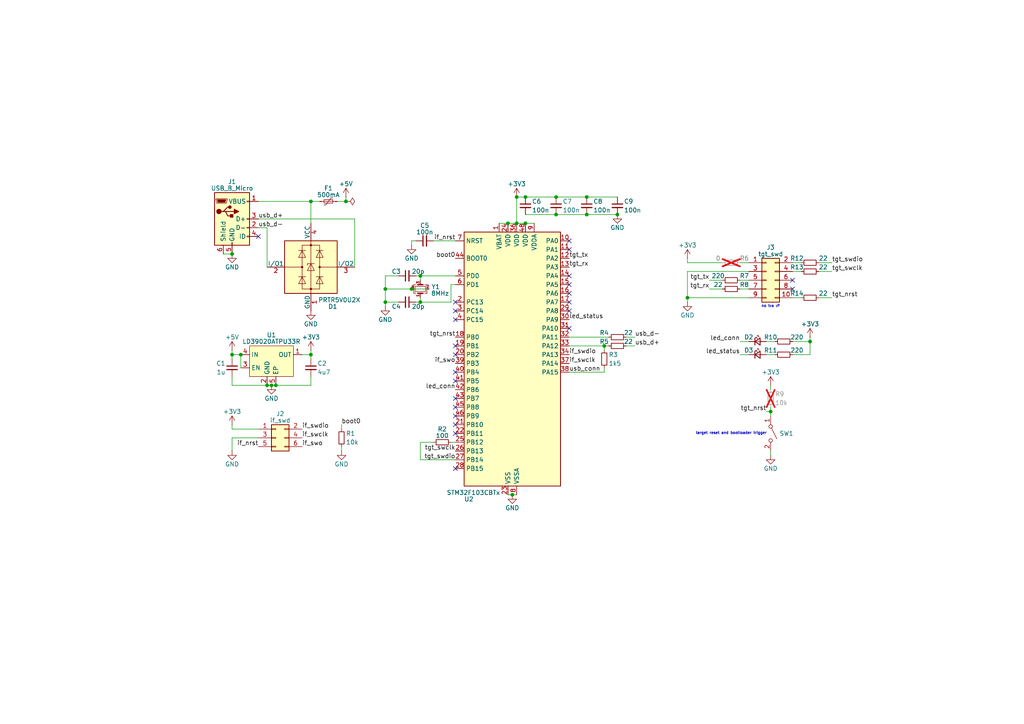
<source format=kicad_sch>
(kicad_sch (version 20231120) (generator "eeschema") (generator_version "8.0")
  (paper "A4")
  (lib_symbols
    (symbol "+3V3_1" (power) (pin_numbers hide) (pin_names (offset 0) hide)
      (property "Value" "+3V3" (at 0 3.556 0))
      (symbol "+3V3_1_0_1"
        (polyline (pts (xy -0.762 1.27) (xy 0 2.54)))
        (polyline (pts (xy 0 0) (xy 0 2.54)))
        (polyline (pts (xy 0 2.54) (xy 0.762 1.27)))
      )
      (symbol "+3V3_1_1_1"
        (pin power_in line (at 0 0 90) (length 0) (name "~") (number "1"))
      )
    )
    (symbol "+5V_1" (power) (pin_numbers hide) (pin_names (offset 0) hide)
      (property "Value" "+5V" (at 0 3.556 0))
      (symbol "+5V_1_0_1"
        (polyline (pts (xy -0.762 1.27) (xy 0 2.54)))
        (polyline (pts (xy 0 0) (xy 0 2.54)))
        (polyline (pts (xy 0 2.54) (xy 0.762 1.27)))
      )
      (symbol "+5V_1_1_1"
        (pin power_in line (at 0 0 90) (length 0) (name "~") (number "1"))
      )
    )
    (symbol "Connector:USB_B_Micro" (pin_names (offset 1.016))
      (property "Reference" "J" (at -5.08 11.43 0))
      (property "Value" "USB_B_Micro" (at -5.08 8.89 0))
      (symbol "USB_B_Micro_0_1"
        (rectangle (start -5.08 -7.62) (end 5.08 7.62) (stroke (width 0.254)) (fill (type background)))
        (circle (center -3.81 2.159) (radius 0.635) (stroke (width 0.254)) (fill (type outline)))
        (circle (center -0.635 3.429) (radius 0.381) (stroke (width 0.254)) (fill (type outline)))
        (rectangle (start -0.127 -7.62) (end 0.127 -6.858))
        (polyline (pts (xy -1.905 2.159) (xy 0.635 2.159)) (stroke (width 0.254)))
        (polyline (pts (xy -3.175 2.159) (xy -2.54 2.159) (xy -1.27 3.429) (xy -0.635 3.429)) (stroke (width 0.254)))
        (polyline (pts (xy -2.54 2.159) (xy -1.905 2.159) (xy -1.27 0.889) (xy 0 0.889)) (stroke (width 0.254)))
        (polyline (pts (xy 0.635 2.794) (xy 0.635 1.524) (xy 1.905 2.159) (xy 0.635 2.794)) (stroke (width 0.254)) (fill (type outline)))
        (polyline (pts (xy -4.318 5.588) (xy -1.778 5.588) (xy -2.032 4.826) (xy -4.064 4.826) (xy -4.318 5.588)) (fill (type outline)))
        (polyline (pts (xy -4.699 5.842) (xy -4.699 5.588) (xy -4.445 4.826) (xy -4.445 4.572) (xy -1.651 4.572) (xy -1.651 4.826) (xy -1.397 5.588) (xy -1.397 5.842) (xy -4.699 5.842)))
        (rectangle (start 0.254 1.27) (end -0.508 0.508) (stroke (width 0.254)) (fill (type outline)))
        (rectangle (start 5.08 -5.207) (end 4.318 -4.953))
        (rectangle (start 5.08 -2.667) (end 4.318 -2.413))
        (rectangle (start 5.08 -0.127) (end 4.318 0.127))
        (rectangle (start 5.08 4.953) (end 4.318 5.207))
      )
      (symbol "USB_B_Micro_1_1"
        (pin power_out line (at 7.62 5.08 180) (length 2.54) (name "VBUS") (number "1"))
        (pin bidirectional line (at 7.62 -2.54 180) (length 2.54) (name "D-") (number "2"))
        (pin bidirectional line (at 7.62 0 180) (length 2.54) (name "D+") (number "3"))
        (pin passive line (at 7.62 -5.08 180) (length 2.54) (name "ID") (number "4"))
        (pin power_out line (at 0 -10.16 90) (length 2.54) (name "GND") (number "5"))
        (pin passive line (at -2.54 -10.16 90) (length 2.54) (name "Shield") (number "6"))
      )
    )
    (symbol "Connector_Generic:Conn_02x03_Odd_Even" (pin_names (offset 1.016) hide)
      (property "Reference" "J" (at 1.27 5.08 0))
      (property "Value" "Conn_02x03_Odd_Even" (at 1.27 -5.08 0))
      (symbol "Conn_02x03_Odd_Even_1_1"
        (rectangle (start -1.27 -2.413) (end 0 -2.667) (stroke (width 0.1524)))
        (rectangle (start -1.27 0.127) (end 0 -0.127) (stroke (width 0.1524)))
        (rectangle (start -1.27 2.667) (end 0 2.413) (stroke (width 0.1524)))
        (rectangle (start -1.27 3.81) (end 3.81 -3.81) (stroke (width 0.254)) (fill (type background)))
        (rectangle (start 3.81 -2.413) (end 2.54 -2.667) (stroke (width 0.1524)))
        (rectangle (start 3.81 0.127) (end 2.54 -0.127) (stroke (width 0.1524)))
        (rectangle (start 3.81 2.667) (end 2.54 2.413) (stroke (width 0.1524)))
        (pin passive line (at -5.08 2.54 0) (length 3.81) (name "Pin_1") (number "1"))
        (pin passive line (at 7.62 2.54 180) (length 3.81) (name "Pin_2") (number "2"))
        (pin passive line (at -5.08 0 0) (length 3.81) (name "Pin_3") (number "3"))
        (pin passive line (at 7.62 0 180) (length 3.81) (name "Pin_4") (number "4"))
        (pin passive line (at -5.08 -2.54 0) (length 3.81) (name "Pin_5") (number "5"))
        (pin passive line (at 7.62 -2.54 180) (length 3.81) (name "Pin_6") (number "6"))
      )
    )
    (symbol "Connector_Generic:Conn_02x05_Odd_Even" (pin_names (offset 1.016) hide)
      (property "Reference" "J" (at 1.27 7.62 0))
      (property "Value" "Conn_02x05_Odd_Even" (at 1.27 -7.62 0))
      (symbol "Conn_02x05_Odd_Even_1_1"
        (rectangle (start -1.27 -4.953) (end 0 -5.207) (stroke (width 0.1524)))
        (rectangle (start -1.27 -2.413) (end 0 -2.667) (stroke (width 0.1524)))
        (rectangle (start -1.27 0.127) (end 0 -0.127) (stroke (width 0.1524)))
        (rectangle (start -1.27 2.667) (end 0 2.413) (stroke (width 0.1524)))
        (rectangle (start -1.27 5.207) (end 0 4.953) (stroke (width 0.1524)))
        (rectangle (start -1.27 6.35) (end 3.81 -6.35) (stroke (width 0.254)) (fill (type background)))
        (rectangle (start 3.81 -4.953) (end 2.54 -5.207) (stroke (width 0.1524)))
        (rectangle (start 3.81 -2.413) (end 2.54 -2.667) (stroke (width 0.1524)))
        (rectangle (start 3.81 0.127) (end 2.54 -0.127) (stroke (width 0.1524)))
        (rectangle (start 3.81 2.667) (end 2.54 2.413) (stroke (width 0.1524)))
        (rectangle (start 3.81 5.207) (end 2.54 4.953) (stroke (width 0.1524)))
        (pin passive line (at -5.08 5.08 0) (length 3.81) (name "Pin_1") (number "1"))
        (pin passive line (at 7.62 -5.08 180) (length 3.81) (name "Pin_10") (number "10"))
        (pin passive line (at 7.62 5.08 180) (length 3.81) (name "Pin_2") (number "2"))
        (pin passive line (at -5.08 2.54 0) (length 3.81) (name "Pin_3") (number "3"))
        (pin passive line (at 7.62 2.54 180) (length 3.81) (name "Pin_4") (number "4"))
        (pin passive line (at -5.08 0 0) (length 3.81) (name "Pin_5") (number "5"))
        (pin passive line (at 7.62 0 180) (length 3.81) (name "Pin_6") (number "6"))
        (pin passive line (at -5.08 -2.54 0) (length 3.81) (name "Pin_7") (number "7"))
        (pin passive line (at 7.62 -2.54 180) (length 3.81) (name "Pin_8") (number "8"))
        (pin passive line (at -5.08 -5.08 0) (length 3.81) (name "Pin_9") (number "9"))
      )
    )
    (symbol "Device:C_Small" (pin_numbers hide) (pin_names (offset 0.254) hide)
      (property "Reference" "C" (at 0.254 1.778 0))
      (property "Value" "C_Small" (at 0.254 -2.032 0))
      (symbol "C_Small_0_1"
        (polyline (pts (xy -1.524 -0.508) (xy 1.524 -0.508)) (stroke (width 0.3302)))
        (polyline (pts (xy -1.524 0.508) (xy 1.524 0.508)) (stroke (width 0.3048)))
      )
      (symbol "C_Small_1_1"
        (pin passive line (at 0 2.54 270) (length 2.032) (name "~") (number "1"))
        (pin passive line (at 0 -2.54 90) (length 2.032) (name "~") (number "2"))
      )
    )
    (symbol "Device:Crystal_GND24_Small" (pin_names (offset 1.016) hide)
      (property "Reference" "Y" (at 1.27 4.445 0))
      (property "Value" "Crystal_GND24_Small" (at 1.27 2.54 0))
      (symbol "Crystal_GND24_Small_0_1"
        (rectangle (start -0.762 -1.524) (end 0.762 1.524))
        (polyline (pts (xy -1.27 -0.762) (xy -1.27 0.762)) (stroke (width 0.381)))
        (polyline (pts (xy 1.27 -0.762) (xy 1.27 0.762)) (stroke (width 0.381)))
        (polyline (pts (xy -1.27 -1.27) (xy -1.27 -1.905) (xy 1.27 -1.905) (xy 1.27 -1.27)))
        (polyline (pts (xy -1.27 1.27) (xy -1.27 1.905) (xy 1.27 1.905) (xy 1.27 1.27)))
      )
      (symbol "Crystal_GND24_Small_1_1"
        (pin passive line (at -2.54 0 0) (length 1.27) (name "1") (number "1"))
        (pin passive line (at 0 -2.54 90) (length 0.635) (name "2") (number "2"))
        (pin passive line (at 2.54 0 180) (length 1.27) (name "3") (number "3"))
        (pin passive line (at 0 2.54 270) (length 0.635) (name "4") (number "4"))
      )
    )
    (symbol "Device:LED_Small" (pin_numbers hide) (pin_names (offset 0.254) hide)
      (property "Reference" "D" (at -1.27 3.175 0))
      (property "Value" "LED_Small" (at -4.445 -2.54 0))
      (symbol "LED_Small_0_1"
        (polyline (pts (xy -0.762 -1.016) (xy -0.762 1.016)) (stroke (width 0.254)))
        (polyline (pts (xy 1.016 0) (xy -0.762 0)))
        (polyline (pts (xy 0.762 -1.016) (xy -0.762 0) (xy 0.762 1.016) (xy 0.762 -1.016)) (stroke (width 0.254)))
        (polyline (pts (xy 0 0.762) (xy -0.508 1.27) (xy -0.254 1.27) (xy -0.508 1.27) (xy -0.508 1.016)))
        (polyline (pts (xy 0.508 1.27) (xy 0 1.778) (xy 0.254 1.778) (xy 0 1.778) (xy 0 1.524)))
      )
      (symbol "LED_Small_1_1"
        (pin passive line (at -2.54 0 0) (length 1.778) (name "K") (number "1"))
        (pin passive line (at 2.54 0 180) (length 1.778) (name "A") (number "2"))
      )
    )
    (symbol "Device:Polyfuse_Small" (pin_numbers hide) (pin_names (offset 0))
      (property "Reference" "F" (at -1.905 0 90))
      (property "Value" "Polyfuse_Small" (at 1.905 0 90))
      (symbol "Polyfuse_Small_0_1"
        (rectangle (start -0.508 1.27) (end 0.508 -1.27))
        (polyline (pts (xy 0 2.54) (xy 0 -2.54)))
        (polyline (pts (xy -1.016 1.27) (xy -1.016 0.762) (xy 1.016 -0.762) (xy 1.016 -1.27)))
      )
      (symbol "Polyfuse_Small_1_1"
        (pin passive line (at 0 2.54 270) (length 0.635) (name "~") (number "1"))
        (pin passive line (at 0 -2.54 90) (length 0.635) (name "~") (number "2"))
      )
    )
    (symbol "Device:R_Small" (pin_numbers hide) (pin_names (offset 0.254) hide)
      (property "Reference" "R" (at 0.762 0.508 0))
      (property "Value" "R_Small" (at 0.762 -1.016 0))
      (symbol "R_Small_0_1"
        (rectangle (start -0.762 1.778) (end 0.762 -1.778) (stroke (width 0.2032)))
      )
      (symbol "R_Small_1_1"
        (pin passive line (at 0 2.54 270) (length 0.762) (name "~") (number "1"))
        (pin passive line (at 0 -2.54 90) (length 0.762) (name "~") (number "2"))
      )
    )
    (symbol "GND_1" (power) (pin_numbers hide) (pin_names (offset 0) hide)
      (property "Value" "GND" (at 0 -3.81 0))
      (symbol "GND_1_0_1"
        (polyline (pts (xy 0 0) (xy 0 -1.27) (xy 1.27 -1.27) (xy 0 -2.54) (xy -1.27 -1.27) (xy 0 -1.27)))
      )
      (symbol "GND_1_1_1"
        (pin power_in line (at 0 0 270) (length 0) (name "~") (number "1"))
      )
    )
    (symbol "Power_Protection:PRTR5V0U2X" (pin_names (offset 0))
      (property "Reference" "D" (at 2.794 8.636 0))
      (property "Value" "PRTR5V0U2X" (at 8.128 -9.398 0))
      (symbol "PRTR5V0U2X_0_1"
        (rectangle (start -7.62 -7.62) (end 7.62 7.62) (stroke (width 0.254)) (fill (type background)))
        (circle (center -2.54 0) (radius 0.254) (fill (type outline)))
        (rectangle (start -2.54 6.35) (end 2.54 -6.35))
        (circle (center 0 -6.35) (radius 0.254) (fill (type outline)))
        (polyline (pts (xy -2.54 0) (xy -7.62 0)))
        (polyline (pts (xy -1.524 -2.794) (xy -3.556 -2.794)))
        (polyline (pts (xy -1.524 4.826) (xy -3.556 4.826)))
        (polyline (pts (xy 0 -7.62) (xy 0 7.62)))
        (polyline (pts (xy 1.524 -2.794) (xy 3.556 -2.794)))
        (polyline (pts (xy 1.524 4.826) (xy 3.556 4.826)))
        (polyline (pts (xy 2.54 0) (xy 7.62 0)))
        (polyline (pts (xy 1.016 1.016) (xy -1.016 1.016) (xy -1.016 0.508)))
        (polyline (pts (xy -3.556 -4.826) (xy -1.524 -4.826) (xy -2.54 -2.794) (xy -3.556 -4.826)))
        (polyline (pts (xy -3.556 2.794) (xy -1.524 2.794) (xy -2.54 4.826) (xy -3.556 2.794)))
        (polyline (pts (xy -1.016 -1.016) (xy 1.016 -1.016) (xy 0 1.016) (xy -1.016 -1.016)))
        (polyline (pts (xy 3.556 -4.826) (xy 1.524 -4.826) (xy 2.54 -2.794) (xy 3.556 -4.826)))
        (polyline (pts (xy 3.556 2.794) (xy 1.524 2.794) (xy 2.54 4.826) (xy 3.556 2.794)))
        (circle (center 0 6.35) (radius 0.254) (fill (type outline)))
        (circle (center 2.54 0) (radius 0.254) (fill (type outline)))
      )
      (symbol "PRTR5V0U2X_1_1"
        (pin passive line (at 0 -12.7 90) (length 5.08) (name "GND") (number "1"))
        (pin passive line (at -12.7 0 0) (length 5.08) (name "I/O1") (number "2"))
        (pin passive line (at 12.7 0 180) (length 5.08) (name "I/O2") (number "3"))
        (pin passive line (at 0 12.7 270) (length 5.08) (name "VCC") (number "4"))
      )
    )
    (symbol "STM32F103CBTx_1"
      (property "Reference" "U" (at -12.7 39.37 0))
      (property "Value" "STM32F103CBTx" (at 10.16 39.37 0))
      (symbol "STM32F103CBTx_1_0_1"
        (rectangle (start -12.7 -35.56) (end 15.24 38.1) (stroke (width 0.254)) (fill (type background)))
      )
      (symbol "STM32F103CBTx_1_1_1"
        (pin power_in line (at -2.54 40.64 270) (length 2.54) (name "VBAT") (number "1"))
        (pin bidirectional line (at 17.78 35.56 180) (length 2.54) (name "PA0") (number "10"))
        (pin bidirectional line (at 17.78 33.02 180) (length 2.54) (name "PA1") (number "11"))
        (pin bidirectional line (at 17.78 30.48 180) (length 2.54) (name "PA2") (number "12"))
        (pin bidirectional line (at 17.78 27.94 180) (length 2.54) (name "PA3") (number "13"))
        (pin bidirectional line (at 17.78 25.4 180) (length 2.54) (name "PA4") (number "14"))
        (pin bidirectional line (at 17.78 22.86 180) (length 2.54) (name "PA5") (number "15"))
        (pin bidirectional line (at 17.78 20.32 180) (length 2.54) (name "PA6") (number "16"))
        (pin bidirectional line (at 17.78 17.78 180) (length 2.54) (name "PA7") (number "17"))
        (pin bidirectional line (at -15.24 7.62 0) (length 2.54) (name "PB0") (number "18"))
        (pin bidirectional line (at -15.24 5.08 0) (length 2.54) (name "PB1") (number "19"))
        (pin bidirectional line (at -15.24 17.78 0) (length 2.54) (name "PC13") (number "2"))
        (pin bidirectional line (at -15.24 2.54 0) (length 2.54) (name "PB2") (number "20"))
        (pin bidirectional line (at -15.24 -17.78 0) (length 2.54) (name "PB10") (number "21"))
        (pin bidirectional line (at -15.24 -20.32 0) (length 2.54) (name "PB11") (number "22"))
        (pin power_in line (at 0 -38.1 90) (length 2.54) (name "VSS") (number "23"))
        (pin power_in line (at 0 40.64 270) (length 2.54) (name "VDD") (number "24"))
        (pin bidirectional line (at -15.24 -22.86 0) (length 2.54) (name "PB12") (number "25"))
        (pin bidirectional line (at -15.24 -25.4 0) (length 2.54) (name "PB13") (number "26"))
        (pin bidirectional line (at -15.24 -27.94 0) (length 2.54) (name "PB14") (number "27"))
        (pin bidirectional line (at -15.24 -30.48 0) (length 2.54) (name "PB15") (number "28"))
        (pin bidirectional line (at 17.78 15.24 180) (length 2.54) (name "PA8") (number "29"))
        (pin bidirectional line (at -15.24 15.24 0) (length 2.54) (name "PC14") (number "3"))
        (pin bidirectional line (at 17.78 12.7 180) (length 2.54) (name "PA9") (number "30"))
        (pin bidirectional line (at 17.78 10.16 180) (length 2.54) (name "PA10") (number "31"))
        (pin bidirectional line (at 17.78 7.62 180) (length 2.54) (name "PA11") (number "32"))
        (pin bidirectional line (at 17.78 5.08 180) (length 2.54) (name "PA12") (number "33"))
        (pin bidirectional line (at 17.78 2.54 180) (length 2.54) (name "PA13") (number "34"))
        (pin passive line (at 0 -38.1 90) (length 2.54) hide (name "VSS") (number "35"))
        (pin power_in line (at 2.54 40.64 270) (length 2.54) (name "VDD") (number "36"))
        (pin bidirectional line (at 17.78 0 180) (length 2.54) (name "PA14") (number "37"))
        (pin bidirectional line (at 17.78 -2.54 180) (length 2.54) (name "PA15") (number "38"))
        (pin bidirectional line (at -15.24 0 0) (length 2.54) (name "PB3") (number "39"))
        (pin bidirectional line (at -15.24 12.7 0) (length 2.54) (name "PC15") (number "4"))
        (pin bidirectional line (at -15.24 -2.54 0) (length 2.54) (name "PB4") (number "40"))
        (pin bidirectional line (at -15.24 -5.08 0) (length 2.54) (name "PB5") (number "41"))
        (pin bidirectional line (at -15.24 -7.62 0) (length 2.54) (name "PB6") (number "42"))
        (pin bidirectional line (at -15.24 -10.16 0) (length 2.54) (name "PB7") (number "43"))
        (pin input line (at -15.24 30.48 0) (length 2.54) (name "BOOT0") (number "44"))
        (pin bidirectional line (at -15.24 -12.7 0) (length 2.54) (name "PB8") (number "45"))
        (pin bidirectional line (at -15.24 -15.24 0) (length 2.54) (name "PB9") (number "46"))
        (pin passive line (at 0 -38.1 90) (length 2.54) hide (name "VSS") (number "47"))
        (pin power_in line (at 5.08 40.64 270) (length 2.54) (name "VDD") (number "48"))
        (pin bidirectional line (at -15.24 25.4 0) (length 2.54) (name "PD0") (number "5"))
        (pin bidirectional line (at -15.24 22.86 0) (length 2.54) (name "PD1") (number "6"))
        (pin input line (at -15.24 35.56 0) (length 2.54) (name "NRST") (number "7"))
        (pin power_in line (at 2.54 -38.1 90) (length 2.54) (name "VSSA") (number "8"))
        (pin power_in line (at 7.62 40.64 270) (length 2.54) (name "VDDA") (number "9"))
      )
    )
    (symbol "Switch:SW_SPST" (pin_names (offset 0) hide)
      (property "Reference" "SW" (at 0 3.175 0))
      (property "Value" "SW_SPST" (at 0 -2.54 0))
      (symbol "SW_SPST_0_0"
        (circle (center -2.032 0) (radius 0.508))
        (polyline (pts (xy -1.524 0.254) (xy 1.524 1.778)))
        (circle (center 2.032 0) (radius 0.508))
      )
      (symbol "SW_SPST_1_1"
        (pin passive line (at -5.08 0 0) (length 2.54) (name "A") (number "1"))
        (pin passive line (at 5.08 0 180) (length 2.54) (name "B") (number "2"))
      )
    )
    (symbol "extraparts:LD39020"
      (property "Reference" "U" (at 0 6.35 0))
      (property "Value" "LD39020" (at 0 3.81 0))
      (symbol "LD39020_0_1"
        (rectangle (start -6.35 2.54) (end 6.35 -6.35) (stroke (width 0.1524)) (fill (type background)))
      )
      (symbol "LD39020_1_1"
        (pin power_out line (at 8.89 0 180) (length 2.54) (name "OUT") (number "1"))
        (pin power_in line (at -1.27 -8.89 90) (length 2.54) (name "GND") (number "2"))
        (pin input line (at -8.89 -3.81 0) (length 2.54) (name "EN") (number "3"))
        (pin power_in line (at -8.89 0 0) (length 2.54) (name "IN") (number "4"))
        (pin input line (at 1.27 -8.89 90) (length 2.54) (name "EP") (number "5"))
      )
    )
    (symbol "power:PWR_FLAG" (power) (pin_numbers hide) (pin_names (offset 0) hide)
      (property "Value" "PWR_FLAG" (at 0 3.81 0))
      (symbol "PWR_FLAG_0_0"
        (pin power_out line (at 0 0 90) (length 0) (name "~") (number "1"))
      )
      (symbol "PWR_FLAG_0_1"
        (polyline (pts (xy 0 0) (xy 0 1.27) (xy -1.016 1.905) (xy 0 2.54) (xy 1.016 1.905) (xy 0 1.27)))
      )
    )
  )
  (junction (at 148.59 143.51))
  (junction (at 179.07 62.23))
  (junction (at 175.26 100.33))
  (junction (at 149.86 57.15))
  (junction (at 100.33 58.42))
  (junction (at 67.31 102.87))
  (junction (at 234.95 99.06))
  (junction (at 90.17 102.87))
  (junction (at 121.92 80.01))
  (junction (at 199.39 86.36))
  (junction (at 161.29 62.23))
  (junction (at 170.18 62.23))
  (junction (at 111.76 87.63))
  (junction (at 149.86 64.77))
  (junction (at 77.47 111.76))
  (junction (at 111.76 83.82))
  (junction (at 147.32 64.77))
  (junction (at 152.4 64.77))
  (junction (at 119.38 83.82))
  (junction (at 152.4 57.15))
  (junction (at 90.17 58.42))
  (junction (at 67.31 73.66))
  (junction (at 78.74 111.76))
  (junction (at 223.52 119.38))
  (junction (at 69.85 102.87))
  (junction (at 170.18 57.15))
  (junction (at 80.01 111.76))
  (junction (at 161.29 57.15))
  (junction (at 121.92 87.63))
  (no_connect (at 132.08 115.57))
  (no_connect (at 132.08 107.95))
  (no_connect (at 132.08 125.73))
  (no_connect (at 132.08 120.65))
  (no_connect (at 132.08 123.19))
  (no_connect (at 165.1 69.85))
  (no_connect (at 229.87 81.28))
  (no_connect (at 132.08 92.71))
  (no_connect (at 229.87 83.82))
  (no_connect (at 165.1 80.01))
  (no_connect (at 132.08 100.33))
  (no_connect (at 132.08 90.17))
  (no_connect (at 132.08 135.89))
  (no_connect (at 165.1 90.17))
  (no_connect (at 165.1 85.09))
  (no_connect (at 165.1 95.25))
  (no_connect (at 165.1 82.55))
  (no_connect (at 74.93 68.58))
  (no_connect (at 165.1 87.63))
  (no_connect (at 165.1 72.39))
  (no_connect (at 132.08 110.49))
  (no_connect (at 132.08 102.87))
  (no_connect (at 132.08 87.63))
  (no_connect (at 132.08 118.11))
  (wire (pts (xy 152.4 62.23) (xy 161.29 62.23)))
  (wire (pts (xy 222.25 99.06) (xy 224.79 99.06)))
  (wire (pts (xy 152.4 64.77) (xy 154.94 64.77)))
  (wire (pts (xy 119.38 71.12) (xy 119.38 69.85)))
  (wire (pts (xy 234.95 99.06) (xy 234.95 97.79)))
  (wire (pts (xy 77.47 111.76) (xy 67.31 111.76)))
  (wire (pts (xy 80.01 111.76) (xy 90.17 111.76)))
  (wire (pts (xy 214.63 76.2) (xy 217.17 76.2)))
  (wire (pts (xy 121.92 87.63) (xy 130.81 87.63)))
  (wire (pts (xy 77.47 111.76) (xy 78.74 111.76)))
  (wire (pts (xy 125.73 69.85) (xy 132.08 69.85)))
  (wire (pts (xy 175.26 106.68) (xy 175.26 107.95)))
  (wire (pts (xy 214.63 81.28) (xy 217.17 81.28)))
  (wire (pts (xy 199.39 86.36) (xy 217.17 86.36)))
  (wire (pts (xy 148.59 143.51) (xy 149.86 143.51)))
  (wire (pts (xy 74.93 124.46) (xy 67.31 124.46)))
  (wire (pts (xy 199.39 76.2) (xy 209.55 76.2)))
  (wire (pts (xy 165.1 97.79) (xy 176.53 97.79)))
  (wire (pts (xy 199.39 74.93) (xy 199.39 76.2)))
  (wire (pts (xy 74.93 58.42) (xy 90.17 58.42)))
  (wire (pts (xy 223.52 111.76) (xy 223.52 113.03)))
  (wire (pts (xy 237.49 78.74) (xy 241.3 78.74)))
  (wire (pts (xy 175.26 100.33) (xy 175.26 101.6)))
  (wire (pts (xy 222.25 102.87) (xy 224.79 102.87)))
  (wire (pts (xy 147.32 64.77) (xy 149.86 64.77)))
  (wire (pts (xy 121.92 86.36) (xy 121.92 87.63)))
  (wire (pts (xy 229.87 102.87) (xy 234.95 102.87)))
  (wire (pts (xy 99.06 123.19) (xy 99.06 124.46)))
  (wire (pts (xy 78.74 111.76) (xy 80.01 111.76)))
  (wire (pts (xy 181.61 100.33) (xy 184.15 100.33)))
  (wire (pts (xy 223.52 119.38) (xy 223.52 120.65)))
  (wire (pts (xy 121.92 128.27) (xy 121.92 133.35)))
  (wire (pts (xy 237.49 76.2) (xy 241.3 76.2)))
  (wire (pts (xy 90.17 101.6) (xy 90.17 102.87)))
  (wire (pts (xy 67.31 102.87) (xy 69.85 102.87)))
  (wire (pts (xy 147.32 143.51) (xy 148.59 143.51)))
  (wire (pts (xy 229.87 86.36) (xy 232.41 86.36)))
  (wire (pts (xy 223.52 130.81) (xy 223.52 132.08)))
  (wire (pts (xy 149.86 57.15) (xy 152.4 57.15)))
  (wire (pts (xy 152.4 57.15) (xy 161.29 57.15)))
  (wire (pts (xy 161.29 57.15) (xy 170.18 57.15)))
  (wire (pts (xy 199.39 78.74) (xy 199.39 86.36)))
  (wire (pts (xy 214.63 83.82) (xy 217.17 83.82)))
  (wire (pts (xy 111.76 80.01) (xy 115.57 80.01)))
  (wire (pts (xy 214.63 99.06) (xy 217.17 99.06)))
  (wire (pts (xy 97.79 58.42) (xy 100.33 58.42)))
  (wire (pts (xy 181.61 97.79) (xy 184.15 97.79)))
  (wire (pts (xy 111.76 83.82) (xy 119.38 83.82)))
  (wire (pts (xy 205.74 81.28) (xy 209.55 81.28)))
  (wire (pts (xy 229.87 99.06) (xy 234.95 99.06)))
  (wire (pts (xy 67.31 101.6) (xy 67.31 102.87)))
  (wire (pts (xy 119.38 83.82) (xy 124.46 83.82)))
  (wire (pts (xy 111.76 87.63) (xy 115.57 87.63)))
  (wire (pts (xy 111.76 83.82) (xy 111.76 80.01)))
  (wire (pts (xy 222.25 119.38) (xy 223.52 119.38)))
  (wire (pts (xy 149.86 57.15) (xy 149.86 64.77)))
  (wire (pts (xy 229.87 76.2) (xy 232.41 76.2)))
  (wire (pts (xy 67.31 127) (xy 74.93 127)))
  (wire (pts (xy 111.76 88.9) (xy 111.76 87.63)))
  (wire (pts (xy 237.49 86.36) (xy 241.3 86.36)))
  (wire (pts (xy 121.92 80.01) (xy 132.08 80.01)))
  (wire (pts (xy 74.93 63.5) (xy 102.87 63.5)))
  (wire (pts (xy 161.29 62.23) (xy 170.18 62.23)))
  (wire (pts (xy 64.77 73.66) (xy 67.31 73.66)))
  (wire (pts (xy 77.47 77.47) (xy 77.47 66.04)))
  (wire (pts (xy 120.65 87.63) (xy 121.92 87.63)))
  (wire (pts (xy 175.26 107.95) (xy 165.1 107.95)))
  (wire (pts (xy 67.31 130.81) (xy 67.31 127)))
  (wire (pts (xy 170.18 57.15) (xy 179.07 57.15)))
  (wire (pts (xy 90.17 58.42) (xy 92.71 58.42)))
  (wire (pts (xy 121.92 80.01) (xy 121.92 81.28)))
  (wire (pts (xy 125.73 128.27) (xy 121.92 128.27)))
  (wire (pts (xy 100.33 58.42) (xy 100.33 57.15)))
  (wire (pts (xy 90.17 58.42) (xy 90.17 64.77)))
  (wire (pts (xy 67.31 104.14) (xy 67.31 102.87)))
  (wire (pts (xy 223.52 118.11) (xy 223.52 119.38)))
  (wire (pts (xy 99.06 129.54) (xy 99.06 130.81)))
  (wire (pts (xy 67.31 111.76) (xy 67.31 109.22)))
  (wire (pts (xy 229.87 78.74) (xy 232.41 78.74)))
  (wire (pts (xy 170.18 62.23) (xy 179.07 62.23)))
  (wire (pts (xy 90.17 111.76) (xy 90.17 109.22)))
  (wire (pts (xy 67.31 124.46) (xy 67.31 123.19)))
  (wire (pts (xy 130.81 128.27) (xy 132.08 128.27)))
  (wire (pts (xy 175.26 100.33) (xy 176.53 100.33)))
  (wire (pts (xy 234.95 102.87) (xy 234.95 99.06)))
  (wire (pts (xy 205.74 83.82) (xy 209.55 83.82)))
  (wire (pts (xy 165.1 100.33) (xy 175.26 100.33)))
  (wire (pts (xy 149.86 64.77) (xy 152.4 64.77)))
  (wire (pts (xy 217.17 78.74) (xy 199.39 78.74)))
  (wire (pts (xy 130.81 87.63) (xy 130.81 82.55)))
  (wire (pts (xy 199.39 86.36) (xy 199.39 87.63)))
  (wire (pts (xy 90.17 102.87) (xy 87.63 102.87)))
  (wire (pts (xy 77.47 66.04) (xy 74.93 66.04)))
  (wire (pts (xy 90.17 104.14) (xy 90.17 102.87)))
  (wire (pts (xy 121.92 133.35) (xy 132.08 133.35)))
  (wire (pts (xy 111.76 87.63) (xy 111.76 83.82)))
  (wire (pts (xy 130.81 82.55) (xy 132.08 82.55)))
  (wire (pts (xy 69.85 102.87) (xy 69.85 106.68)))
  (wire (pts (xy 102.87 63.5) (xy 102.87 77.47)))
  (wire (pts (xy 144.78 64.77) (xy 147.32 64.77)))
  (wire (pts (xy 120.65 80.01) (xy 121.92 80.01)))
  (wire (pts (xy 214.63 102.87) (xy 217.17 102.87)))
  (wire (pts (xy 119.38 69.85) (xy 120.65 69.85)))
  (text "no tvs :P" (at 223.52 88.9 0) (effects (font (size 0.762 0.762))))
  (text "target reset and bootloader trigger" (at 212.09 125.73 0) (effects (font (size 0.762 0.762))))
  (label "usb_d+" (at 184.15 100.33 0))
  (label "usb_d+" (at 74.93 63.5 0))
  (label "led_status" (at 165.1 92.71 0))
  (label "if_swdio" (at 87.63 124.46 0))
  (label "if_swo" (at 87.63 129.54 0))
  (label "tgt_swclk" (at 132.08 130.81 180))
  (label "tgt_rx" (at 165.1 77.47 0))
  (label "tgt_nrst" (at 222.25 119.38 180))
  (label "if_swclk" (at 87.63 127 0))
  (label "tgt_nrst" (at 241.3 86.36 0))
  (label "if_swdio" (at 165.1 102.87 0))
  (label "led_conn" (at 132.08 113.03 180))
  (label "tgt_swclk" (at 241.3 78.74 0))
  (label "tgt_tx" (at 205.74 81.28 180))
  (label "tgt_tx" (at 165.1 74.93 0))
  (label "tgt_rx" (at 205.74 83.82 180))
  (label "usb_conn" (at 165.1 107.95 0))
  (label "if_swo" (at 132.08 105.41 180))
  (label "led_status" (at 214.63 102.87 180))
  (label "usb_d-" (at 184.15 97.79 0))
  (label "tgt_swdio" (at 241.3 76.2 0))
  (label "led_conn" (at 214.63 99.06 180))
  (label "boot0" (at 132.08 74.93 180))
  (label "if_nrst" (at 74.93 129.54 180))
  (label "usb_d-" (at 74.93 66.04 0))
  (label "tgt_swdio" (at 132.08 133.35 180))
  (label "tgt_nrst" (at 132.08 97.79 180))
  (label "boot0" (at 99.06 123.19 0))
  (label "if_nrst" (at 132.08 69.85 180))
  (label "if_swclk" (at 165.1 105.41 0))
  (symbol (lib_name "+3V3_1") (lib_id "power:+3V3") (at 149.86 57.15 0) (unit 1)
    (property "Reference" "#PWR013" (effects (hide yes)))
    (property "Value" "+3V3" (at 149.86 53.34 0))
    (property "Description" "Power symbol creates a global label with name \"+3V3\"" (effects (hide yes)))
  )
  (symbol (lib_id "Device:R_Small") (at 175.26 104.14 0) (unit 1)
    (property "Reference" "R3" (at 176.53 102.87 0) (effects (justify left)))
    (property "Value" "1k5" (at 176.53 105.41 0) (effects (justify left)))
    (property "Footprint" "Resistor_SMD:R_0603_1608Metric" (effects (hide yes)))
    (property "Description" "Resistor, small symbol" (effects (hide yes)))
  )
  (symbol (lib_id "Device:R_Small") (at 179.07 97.79 90) (unit 1)
    (property "Reference" "R4" (at 175.26 96.52 90))
    (property "Value" "22" (at 182.245 96.52 90))
    (property "Footprint" "Resistor_SMD:R_0603_1608Metric" (effects (hide yes)))
    (property "Description" "Resistor, small symbol" (effects (hide yes)))
  )
  (symbol (lib_id "Device:C_Small") (at 118.11 87.63 270) (mirror x) (unit 1)
    (property "Reference" "C4" (at 114.935 88.9 90))
    (property "Value" "20p" (at 121.285 88.9 90))
    (property "Footprint" "Capacitor_SMD:C_0603_1608Metric" (effects (hide yes)))
    (property "Description" "Unpolarized capacitor, small symbol" (effects (hide yes)))
  )
  (symbol (lib_id "Connector_Generic:Conn_02x05_Odd_Even") (at 222.25 81.28 0) (unit 1)
    (property "Reference" "J3" (at 223.52 71.755 0))
    (property "Value" "tgt_swd" (at 223.52 73.66 0))
    (property "Footprint" "Connector_PinHeader_1.27mm:PinHeader_2x05_P1.27mm_Vertical_SMD" (effects (hide yes)))
    (property "Description" "Generic connector, double row, 02x05, odd/even pin numbering scheme (row 1 odd numbers, row 2 even numbers), script generated (kicad-library-utils/schlib/autogen/connector/)" (effects (hide yes)))
  )
  (symbol (lib_name "GND_1") (lib_id "power:GND") (at 111.76 88.9 0) (unit 1)
    (property "Reference" "#PWR010" (effects (hide yes)))
    (property "Value" "GND" (at 111.76 92.71 0))
    (property "Description" "Power symbol creates a global label with name \"GND\" , ground" (effects (hide yes)))
  )
  (symbol (lib_id "Device:C_Small") (at 179.07 59.69 0) (unit 1)
    (property "Reference" "C9" (at 180.975 58.42 0) (effects (justify left)))
    (property "Value" "100n" (at 180.975 60.96 0) (effects (justify left)))
    (property "Footprint" "Capacitor_SMD:C_0603_1608Metric" (effects (hide yes)))
    (property "Description" "Unpolarized capacitor, small symbol" (effects (hide yes)))
  )
  (symbol (lib_id "Device:LED_Small") (at 219.71 102.87 0) (unit 1)
    (property "Reference" "D3" (at 217.17 101.6 0))
    (property "Value" "led_status" (effects (hide yes)))
    (property "Footprint" "LED_SMD:LED_0603_1608Metric" (effects (hide yes)))
    (property "Description" "Light emitting diode, small symbol" (effects (hide yes)))
  )
  (symbol (lib_name "+5V_1") (lib_id "power:+5V") (at 67.31 101.6 0) (unit 1)
    (property "Reference" "#PWR02" (effects (hide yes)))
    (property "Value" "+5V" (at 67.31 97.79 0))
    (property "Description" "Power symbol creates a global label with name \"+5V\"" (effects (hide yes)))
  )
  (symbol (lib_id "power:PWR_FLAG") (at 100.33 58.42 270) (unit 1)
    (property "Reference" "#FLG01" (effects (hide yes)))
    (property "Value" "PWR_FLAG" (effects (hide yes)))
    (property "Description" "Special symbol for telling ERC where power comes from" (effects (hide yes)))
  )
  (symbol (lib_id "Device:C_Small") (at 118.11 80.01 90) (mirror x) (unit 1)
    (property "Reference" "C3" (at 114.935 78.74 90))
    (property "Value" "20p" (at 121.285 78.74 90))
    (property "Footprint" "Capacitor_SMD:C_0603_1608Metric" (effects (hide yes)))
    (property "Description" "Unpolarized capacitor, small symbol" (effects (hide yes)))
  )
  (symbol (lib_name "GND_1") (lib_id "power:GND") (at 67.31 73.66 0) (unit 1)
    (property "Reference" "#PWR01" (effects (hide yes)))
    (property "Value" "GND" (at 67.31 77.47 0))
    (property "Description" "Power symbol creates a global label with name \"GND\" , ground" (effects (hide yes)))
  )
  (symbol (lib_name "GND_1") (lib_id "power:GND") (at 179.07 62.23 0) (unit 1)
    (property "Reference" "#PWR014" (effects (hide yes)))
    (property "Value" "GND" (at 179.07 66.04 0))
    (property "Description" "Power symbol creates a global label with name \"GND\" , ground" (effects (hide yes)))
  )
  (symbol (lib_id "Device:R_Small") (at 212.09 83.82 90) (unit 1)
    (property "Reference" "R8" (at 215.9 82.55 90))
    (property "Value" "22" (at 208.28 82.55 90))
    (property "Footprint" "Resistor_SMD:R_0603_1608Metric" (effects (hide yes)))
    (property "Description" "Resistor, small symbol" (effects (hide yes)))
  )
  (symbol (lib_id "Connector:USB_B_Micro") (at 67.31 63.5 0) (unit 1)
    (property "Reference" "J1" (at 67.31 52.705 0))
    (property "Value" "USB_B_Micro" (at 67.31 54.61 0))
    (property "Footprint" "extraparts:USB_Micro-B_U254-05" (effects (hide yes)))
    (property "Description" "USB Micro Type B connector" (effects (hide yes)))
  )
  (symbol (lib_name "GND_1") (lib_id "power:GND") (at 67.31 130.81 0) (unit 1)
    (property "Reference" "#PWR04" (effects (hide yes)))
    (property "Value" "GND" (at 67.31 134.62 0))
    (property "Description" "Power symbol creates a global label with name \"GND\" , ground" (effects (hide yes)))
  )
  (symbol (lib_id "Device:R_Small") (at 212.09 81.28 90) (unit 1)
    (property "Reference" "R7" (at 215.9 80.01 90))
    (property "Value" "220" (at 208.28 80.01 90))
    (property "Footprint" "Resistor_SMD:R_0603_1608Metric" (effects (hide yes)))
    (property "Description" "Resistor, small symbol" (effects (hide yes)))
  )
  (symbol (lib_name "GND_1") (lib_id "power:GND") (at 199.39 87.63 0) (unit 1)
    (property "Reference" "#PWR016" (effects (hide yes)))
    (property "Value" "GND" (at 199.39 91.44 0))
    (property "Description" "Power symbol creates a global label with name \"GND\" , ground" (effects (hide yes)))
  )
  (symbol (lib_id "Device:R_Small") (at 227.33 102.87 90) (unit 1)
    (property "Reference" "R11" (at 223.52 101.6 90))
    (property "Value" "220" (at 231.14 101.6 90))
    (property "Footprint" "Resistor_SMD:R_0603_1608Metric" (effects (hide yes)))
    (property "Description" "Resistor, small symbol" (effects (hide yes)))
  )
  (symbol (lib_id "Device:C_Small") (at 123.19 69.85 90) (mirror x) (unit 1)
    (property "Reference" "C5" (at 123.19 65.405 90))
    (property "Value" "100n" (at 123.19 67.31 90))
    (property "Footprint" "Capacitor_SMD:C_0603_1608Metric" (effects (hide yes)))
    (property "Description" "Unpolarized capacitor, small symbol" (effects (hide yes)))
  )
  (symbol (lib_id "Device:R_Small") (at 128.27 128.27 90) (unit 1)
    (property "Reference" "R2" (at 128.27 124.46 90))
    (property "Value" "100" (at 128.27 126.365 90))
    (property "Footprint" "Resistor_SMD:R_0603_1608Metric" (effects (hide yes)))
    (property "Description" "Resistor, small symbol" (effects (hide yes)))
  )
  (symbol (lib_id "Device:R_Small") (at 179.07 100.33 90) (unit 1)
    (property "Reference" "R5" (at 175.26 99.06 90))
    (property "Value" "22" (at 182.245 99.06 90))
    (property "Footprint" "Resistor_SMD:R_0603_1608Metric" (effects (hide yes)))
    (property "Description" "Resistor, small symbol" (effects (hide yes)))
  )
  (symbol (lib_name "+3V3_1") (lib_id "power:+3V3") (at 90.17 101.6 0) (unit 1)
    (property "Reference" "#PWR07" (effects (hide yes)))
    (property "Value" "+3V3" (at 90.17 97.79 0))
    (property "Description" "Power symbol creates a global label with name \"+3V3\"" (effects (hide yes)))
  )
  (symbol (lib_name "STM32F103CBTx_1") (lib_id "MCU_ST_STM32F1:STM32F103CBTx") (at 147.32 105.41 0) (unit 1)
    (property "Reference" "U2" (at 134.62 144.78 0) (effects (justify left)))
    (property "Value" "STM32F103CBTx" (at 129.54 142.875 0) (effects (justify left)))
    (property "Footprint" "Package_QFP:LQFP-48_7x7mm_P0.5mm" (effects (hide yes)))
    (property "Datasheet" "https://www.st.com/resource/en/datasheet/stm32f103cb.pdf" (effects (hide yes)))
    (property "Description" "STMicroelectronics Arm Cortex-M3 MCU, 128KB flash, 20KB RAM, 72 MHz, 2.0-3.6V, 37 GPIO, LQFP48" (effects (hide yes)))
  )
  (symbol (lib_id "Switch:SW_SPST") (at 223.52 125.73 270) (unit 1)
    (property "Reference" "SW1" (at 226.06 125.7299 90) (effects (justify left)))
    (property "Value" "SW_SPST" (effects (hide yes)))
    (property "Footprint" "Button_Switch_SMD:SW_SPST_PTS810" (effects (hide yes)))
    (property "Description" "Single Pole Single Throw (SPST) switch" (effects (hide yes)))
  )
  (symbol (lib_name "+3V3_1") (lib_id "power:+3V3") (at 234.95 97.79 0) (unit 1)
    (property "Reference" "#PWR019" (effects (hide yes)))
    (property "Value" "+3V3" (at 234.95 93.98 0))
    (property "Description" "Power symbol creates a global label with name \"+3V3\"" (effects (hide yes)))
  )
  (symbol (lib_id "Device:C_Small") (at 90.17 106.68 0) (unit 1)
    (property "Reference" "C2" (at 92.075 105.41 0) (effects (justify left)))
    (property "Value" "4u7" (at 92.075 107.95 0) (effects (justify left)))
    (property "Footprint" "Capacitor_SMD:C_0603_1608Metric" (effects (hide yes)))
    (property "Description" "Unpolarized capacitor, small symbol" (effects (hide yes)))
  )
  (symbol (lib_id "Device:R_Small") (at 234.95 86.36 270) (mirror x) (unit 1)
    (property "Reference" "R14" (at 231.14 85.09 90))
    (property "Value" "22" (at 238.76 85.09 90))
    (property "Footprint" "Resistor_SMD:R_0603_1608Metric" (effects (hide yes)))
    (property "Description" "Resistor, small symbol" (effects (hide yes)))
  )
  (symbol (lib_id "Device:R_Small") (at 234.95 76.2 270) (mirror x) (unit 1)
    (property "Reference" "R12" (at 231.14 74.93 90))
    (property "Value" "22" (at 238.76 74.93 90))
    (property "Footprint" "Resistor_SMD:R_0603_1608Metric" (effects (hide yes)))
    (property "Description" "Resistor, small symbol" (effects (hide yes)))
  )
  (symbol (lib_name "GND_1") (lib_id "power:GND") (at 90.17 90.17 0) (unit 1)
    (property "Reference" "#PWR06" (effects (hide yes)))
    (property "Value" "GND" (at 90.17 93.98 0))
    (property "Description" "Power symbol creates a global label with name \"GND\" , ground" (effects (hide yes)))
  )
  (symbol (lib_id "Device:C_Small") (at 152.4 59.69 0) (unit 1)
    (property "Reference" "C6" (at 154.305 58.42 0) (effects (justify left)))
    (property "Value" "100n" (at 154.305 60.96 0) (effects (justify left)))
    (property "Footprint" "Capacitor_SMD:C_0603_1608Metric" (effects (hide yes)))
    (property "Description" "Unpolarized capacitor, small symbol" (effects (hide yes)))
  )
  (symbol (lib_name "GND_1") (lib_id "power:GND") (at 99.06 130.81 0) (unit 1)
    (property "Reference" "#PWR08" (effects (hide yes)))
    (property "Value" "GND" (at 99.06 134.62 0))
    (property "Description" "Power symbol creates a global label with name \"GND\" , ground" (effects (hide yes)))
  )
  (symbol (lib_id "Device:R_Small") (at 212.09 76.2 90) (unit 1) (dnp yes)
    (property "Reference" "R6" (at 215.9 74.93 90))
    (property "Value" "0" (at 208.28 74.93 90))
    (property "Footprint" "Resistor_SMD:R_0603_1608Metric" (effects (hide yes)))
    (property "Description" "Resistor, small symbol" (effects (hide yes)))
  )
  (symbol (lib_name "+3V3_1") (lib_id "power:+3V3") (at 199.39 74.93 0) (unit 1)
    (property "Reference" "#PWR015" (effects (hide yes)))
    (property "Value" "+3V3" (at 199.39 71.12 0))
    (property "Description" "Power symbol creates a global label with name \"+3V3\"" (effects (hide yes)))
  )
  (symbol (lib_id "Device:Crystal_GND24_Small") (at 121.92 83.82 90) (unit 1)
    (property "Reference" "Y1" (at 126.365 83.185 90))
    (property "Value" "8MHz" (at 127.635 85.09 90))
    (property "Footprint" "Crystal:Crystal_SMD_3225-4Pin_3.2x2.5mm" (effects (hide yes)))
    (property "Description" "Four pin crystal, GND on pins 2 and 4, small symbol" (effects (hide yes)))
  )
  (symbol (lib_id "Connector_Generic:Conn_02x03_Odd_Even") (at 80.01 127 0) (unit 1)
    (property "Reference" "J2" (at 81.28 120.015 0))
    (property "Value" "if_swd" (at 81.28 121.92 0))
    (property "Footprint" "Connector:Tag-Connect_TC2030-IDC-NL_2x03_P1.27mm_Vertical" (effects (hide yes)))
    (property "Description" "Generic connector, double row, 02x03, odd/even pin numbering scheme (row 1 odd numbers, row 2 even numbers), script generated (kicad-library-utils/schlib/autogen/connector/)" (effects (hide yes)))
  )
  (symbol (lib_id "extraparts:LD39020") (at 78.74 102.87 0) (unit 1)
    (property "Reference" "U1" (at 78.74 97.155 0))
    (property "Value" "LD39020ATPU33R" (at 78.74 99.06 0))
    (property "Footprint" "Package_DFN_QFN:UDFN-4-1EP_1x1mm_P0.65mm_EP0.48x0.48mm" (effects (hide yes)))
  )
  (symbol (lib_id "Device:C_Small") (at 170.18 59.69 0) (unit 1)
    (property "Reference" "C8" (at 172.085 58.42 0) (effects (justify left)))
    (property "Value" "100n" (at 172.085 60.96 0) (effects (justify left)))
    (property "Footprint" "Capacitor_SMD:C_0603_1608Metric" (effects (hide yes)))
    (property "Description" "Unpolarized capacitor, small symbol" (effects (hide yes)))
  )
  (symbol (lib_id "Device:R_Small") (at 227.33 99.06 90) (unit 1)
    (property "Reference" "R10" (at 223.52 97.79 90))
    (property "Value" "220" (at 231.14 97.79 90))
    (property "Footprint" "Resistor_SMD:R_0603_1608Metric" (effects (hide yes)))
    (property "Description" "Resistor, small symbol" (effects (hide yes)))
  )
  (symbol (lib_id "Device:R_Small") (at 99.06 127 0) (unit 1)
    (property "Reference" "R1" (at 100.33 125.73 0) (effects (justify left)))
    (property "Value" "10k" (at 100.33 128.27 0) (effects (justify left)))
    (property "Footprint" "Resistor_SMD:R_0603_1608Metric" (effects (hide yes)))
    (property "Description" "Resistor, small symbol" (effects (hide yes)))
  )
  (symbol (lib_id "Device:R_Small") (at 234.95 78.74 270) (mirror x) (unit 1)
    (property "Reference" "R13" (at 231.14 77.47 90))
    (property "Value" "22" (at 238.76 77.47 90))
    (property "Footprint" "Resistor_SMD:R_0603_1608Metric" (effects (hide yes)))
    (property "Description" "Resistor, small symbol" (effects (hide yes)))
  )
  (symbol (lib_id "Device:LED_Small") (at 219.71 99.06 0) (unit 1)
    (property "Reference" "D2" (at 217.17 97.79 0))
    (property "Value" "led_conn" (effects (hide yes)))
    (property "Footprint" "LED_SMD:LED_0603_1608Metric" (effects (hide yes)))
    (property "Description" "Light emitting diode, small symbol" (effects (hide yes)))
  )
  (symbol (lib_name "+5V_1") (lib_id "power:+5V") (at 100.33 57.15 0) (unit 1)
    (property "Reference" "#PWR09" (effects (hide yes)))
    (property "Value" "+5V" (at 100.33 53.34 0))
    (property "Description" "Power symbol creates a global label with name \"+5V\"" (effects (hide yes)))
  )
  (symbol (lib_name "GND_1") (lib_id "power:GND") (at 148.59 143.51 0) (unit 1)
    (property "Reference" "#PWR012" (effects (hide yes)))
    (property "Value" "GND" (at 148.59 147.32 0))
    (property "Description" "Power symbol creates a global label with name \"GND\" , ground" (effects (hide yes)))
  )
  (symbol (lib_name "GND_1") (lib_id "power:GND") (at 78.74 111.76 0) (unit 1)
    (property "Reference" "#PWR05" (effects (hide yes)))
    (property "Value" "GND" (at 78.74 115.57 0))
    (property "Description" "Power symbol creates a global label with name \"GND\" , ground" (effects (hide yes)))
  )
  (symbol (lib_id "Device:R_Small") (at 223.52 115.57 0) (unit 1) (dnp yes)
    (property "Reference" "R9" (at 224.79 114.3 0) (effects (justify left)))
    (property "Value" "10k" (at 224.79 116.84 0) (effects (justify left)))
    (property "Footprint" "Resistor_SMD:R_0603_1608Metric" (effects (hide yes)))
    (property "Description" "Resistor, small symbol" (effects (hide yes)))
  )
  (symbol (lib_name "+3V3_1") (lib_id "power:+3V3") (at 223.52 111.76 0) (unit 1)
    (property "Reference" "#PWR017" (effects (hide yes)))
    (property "Value" "+3V3" (at 223.52 107.95 0))
    (property "Description" "Power symbol creates a global label with name \"+3V3\"" (effects (hide yes)))
  )
  (symbol (lib_name "GND_1") (lib_id "power:GND") (at 119.38 71.12 0) (unit 1)
    (property "Reference" "#PWR011" (effects (hide yes)))
    (property "Value" "GND" (at 119.38 74.93 0))
    (property "Description" "Power symbol creates a global label with name \"GND\" , ground" (effects (hide yes)))
  )
  (symbol (lib_id "Device:C_Small") (at 67.31 106.68 0) (mirror y) (unit 1)
    (property "Reference" "C1" (at 65.405 105.41 0) (effects (justify left)))
    (property "Value" "1u" (at 65.405 107.95 0) (effects (justify left)))
    (property "Footprint" "Capacitor_SMD:C_0603_1608Metric" (effects (hide yes)))
    (property "Description" "Unpolarized capacitor, small symbol" (effects (hide yes)))
  )
  (symbol (lib_id "Device:Polyfuse_Small") (at 95.25 58.42 90) (unit 1)
    (property "Reference" "F1" (at 95.25 54.61 90))
    (property "Value" "500mA" (at 95.25 56.515 90))
    (property "Footprint" "Fuse:Fuse_1206_3216Metric" (effects (hide yes)))
    (property "Description" "Resettable fuse, polymeric positive temperature coefficient, small symbol" (effects (hide yes)))
  )
  (symbol (lib_name "GND_1") (lib_id "power:GND") (at 223.52 132.08 0) (unit 1)
    (property "Reference" "#PWR018" (effects (hide yes)))
    (property "Value" "GND" (at 223.52 135.89 0))
    (property "Description" "Power symbol creates a global label with name \"GND\" , ground" (effects (hide yes)))
  )
  (symbol (lib_id "Power_Protection:PRTR5V0U2X") (at 90.17 77.47 0) (unit 1)
    (property "Reference" "D1" (at 96.52 88.9 0))
    (property "Value" "PRTR5V0U2X" (at 98.425 86.995 0))
    (property "Footprint" "Package_TO_SOT_SMD:SOT-143" (effects (hide yes)))
    (property "Datasheet" "https://assets.nexperia.com/documents/data-sheet/PRTR5V0U2X.pdf" (effects (hide yes)))
    (property "Description" "Ultra low capacitance double rail-to-rail ESD protection diode, SOT-143" (effects (hide yes)))
  )
  (symbol (lib_id "Device:C_Small") (at 161.29 59.69 0) (unit 1)
    (property "Reference" "C7" (at 163.195 58.42 0) (effects (justify left)))
    (property "Value" "100n" (at 163.195 60.96 0) (effects (justify left)))
    (property "Footprint" "Capacitor_SMD:C_0603_1608Metric" (effects (hide yes)))
    (property "Description" "Unpolarized capacitor, small symbol" (effects (hide yes)))
  )
  (symbol (lib_name "+3V3_1") (lib_id "power:+3V3") (at 67.31 123.19 0) (unit 1)
    (property "Reference" "#PWR03" (effects (hide yes)))
    (property "Value" "+3V3" (at 67.31 119.38 0))
    (property "Description" "Power symbol creates a global label with name \"+3V3\"" (effects (hide yes)))
  )
)
</source>
